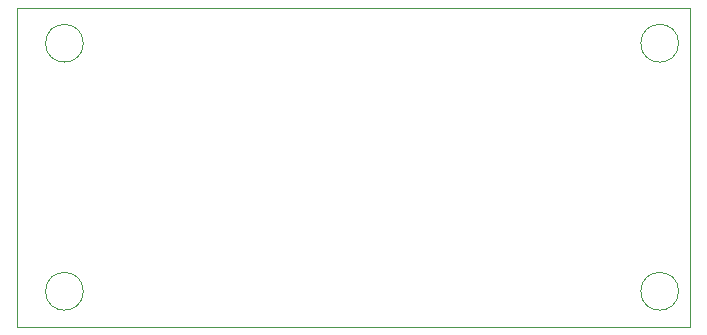
<source format=gm1>
%TF.GenerationSoftware,KiCad,Pcbnew,8.0.8*%
%TF.CreationDate,2025-06-29T12:47:59+09:00*%
%TF.ProjectId,NJM2374A_Boost,4e4a4d32-3337-4344-915f-426f6f73742e,rev?*%
%TF.SameCoordinates,Original*%
%TF.FileFunction,Profile,NP*%
%FSLAX46Y46*%
G04 Gerber Fmt 4.6, Leading zero omitted, Abs format (unit mm)*
G04 Created by KiCad (PCBNEW 8.0.8) date 2025-06-29 12:47:59*
%MOMM*%
%LPD*%
G01*
G04 APERTURE LIST*
%TA.AperFunction,Profile*%
%ADD10C,0.050000*%
%TD*%
G04 APERTURE END LIST*
D10*
X142000000Y-78000000D02*
G75*
G02*
X138800000Y-78000000I-1600000J0D01*
G01*
X138800000Y-78000000D02*
G75*
G02*
X142000000Y-78000000I1600000J0D01*
G01*
X91600000Y-78000000D02*
G75*
G02*
X88400000Y-78000000I-1600000J0D01*
G01*
X88400000Y-78000000D02*
G75*
G02*
X91600000Y-78000000I1600000J0D01*
G01*
X86000000Y-75000000D02*
X143000000Y-75000000D01*
X143000000Y-75000000D02*
X143000000Y-102000000D01*
X86000000Y-102000000D02*
X86000000Y-75000000D01*
X143000000Y-102000000D02*
X86000000Y-102000000D01*
X142000000Y-99000000D02*
G75*
G02*
X138800000Y-99000000I-1600000J0D01*
G01*
X138800000Y-99000000D02*
G75*
G02*
X142000000Y-99000000I1600000J0D01*
G01*
X91600000Y-99000000D02*
G75*
G02*
X88400000Y-99000000I-1600000J0D01*
G01*
X88400000Y-99000000D02*
G75*
G02*
X91600000Y-99000000I1600000J0D01*
G01*
M02*

</source>
